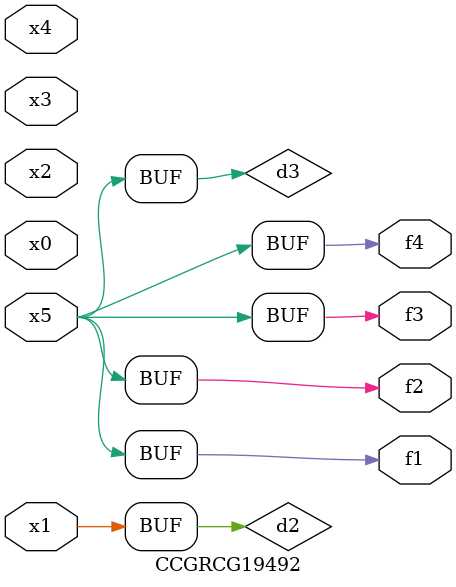
<source format=v>
module CCGRCG19492(
	input x0, x1, x2, x3, x4, x5,
	output f1, f2, f3, f4
);

	wire d1, d2, d3;

	not (d1, x5);
	or (d2, x1);
	xnor (d3, d1);
	assign f1 = d3;
	assign f2 = d3;
	assign f3 = d3;
	assign f4 = d3;
endmodule

</source>
